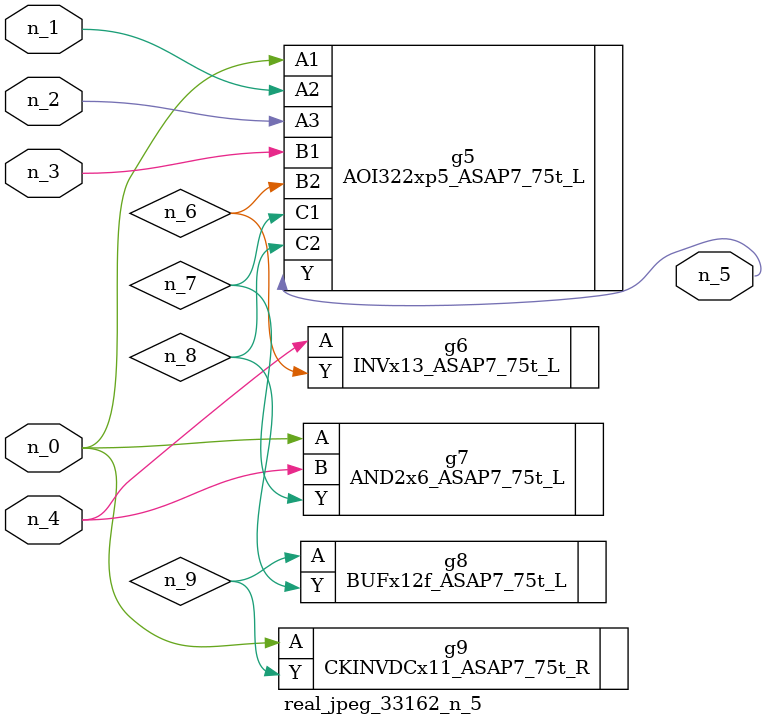
<source format=v>
module real_jpeg_33162_n_5 (n_4, n_0, n_1, n_2, n_3, n_5);

input n_4;
input n_0;
input n_1;
input n_2;
input n_3;

output n_5;

wire n_8;
wire n_6;
wire n_7;
wire n_9;

AOI322xp5_ASAP7_75t_L g5 ( 
.A1(n_0),
.A2(n_1),
.A3(n_2),
.B1(n_3),
.B2(n_6),
.C1(n_7),
.C2(n_8),
.Y(n_5)
);

AND2x6_ASAP7_75t_L g7 ( 
.A(n_0),
.B(n_4),
.Y(n_7)
);

CKINVDCx11_ASAP7_75t_R g9 ( 
.A(n_0),
.Y(n_9)
);

INVx13_ASAP7_75t_L g6 ( 
.A(n_4),
.Y(n_6)
);

BUFx12f_ASAP7_75t_L g8 ( 
.A(n_9),
.Y(n_8)
);


endmodule
</source>
